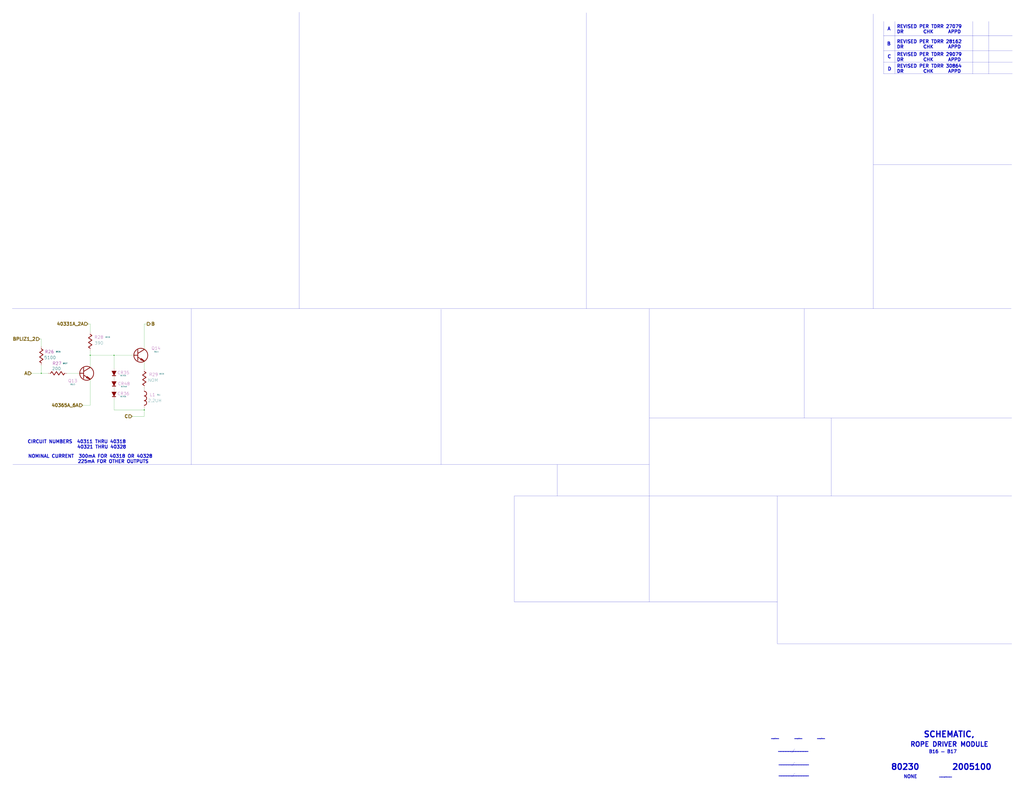
<source format=kicad_sch>
(kicad_sch (version 20211123) (generator eeschema)
  (paper "E")
  (lib_symbols
    (symbol "AGC_DSKY:Diode" (pin_numbers hide) (pin_names (offset 1.016) hide)
      (property "Reference" "CR" (at 0 5.08 0))
      (symbol "Diode_0_1"
        (polyline (pts (xy -2.54 -1.27) (xy -2.54 -1.905)) (stroke (width 0.762)))
        (polyline (pts (xy -2.54 1.27) (xy -2.54 -1.27)) (stroke (width 0.762)))
        (polyline (pts (xy -2.54 1.27) (xy -2.54 1.905)) (stroke (width 0.762)))
        (polyline (pts (xy -2.54 0) (xy 2.54 -2.54) (xy 2.54 2.54) (xy -2.54 0)) (stroke (width 0.2032)) (fill (type outline)))
      )
      (symbol "Diode_1_1"
        (pin passive line (at -5.08 0 0) (length 2.54) (name "K") (number "1"))
        (pin passive line (at 5.08 0 180) (length 2.54) (name "A") (number "2"))
      )
    )
    (symbol "AGC_DSKY:Inductor" (pin_numbers hide) (pin_names (offset 0) hide)
      (property "Reference" "L" (at -1.27 5.08 0))
      (symbol "Inductor_0_1"
        (arc (start -2.54 0) (mid -5.08 2.54) (end -7.62 0) (stroke (width 0.762)))
        (arc (start 2.54 0) (mid 0 2.54) (end -2.54 0) (stroke (width 0.762)))
        (arc (start 7.62 0) (mid 5.08 2.54) (end 2.54 0) (stroke (width 0.762)))
      )
      (symbol "Inductor_1_1"
        (pin passive line (at -10.16 0 0) (length 2.54) (name "1") (number "1"))
        (pin passive line (at 10.16 0 180) (length 2.54) (name "2") (number "2"))
      )
    )
    (symbol "AGC_DSKY:Resistor" (pin_numbers hide) (pin_names (offset 0) hide)
      (property "Reference" "R" (at -0.635 -4.445 0))
      (symbol "Resistor_0_1"
        (polyline (pts (xy -7.62 0) (xy -6.35 -1.905) (xy -3.81 1.905) (xy -1.27 -1.905) (xy 1.27 1.905) (xy 3.81 -1.905) (xy 6.35 1.905) (xy 7.62 0)) (stroke (width 0.762)))
      )
      (symbol "Resistor_1_1"
        (pin passive line (at -10.16 0 0) (length 2.54) (name "1") (number "1"))
        (pin passive line (at 10.16 0 180) (length 2.54) (name "2") (number "2"))
      )
    )
    (symbol "AGC_DSKY:Transistor-NPN" (pin_numbers hide) (pin_names (offset 0) hide)
      (property "Reference" "Q" (at 0 10.541 0))
      (symbol "Transistor-NPN_0_1"
        (polyline (pts (xy -3.302 -2.032) (xy 3.81 -6.35)) (stroke (width 0.762)))
        (polyline (pts (xy -3.302 2.032) (xy 3.81 6.35)) (stroke (width 0.762)))
        (polyline (pts (xy -3.302 5.969) (xy -3.302 -5.715)) (stroke (width 0.762)))
        (polyline (pts (xy -3.302 0) (xy -7.62 0) (xy -7.493 0)) (stroke (width 0.762)))
        (polyline (pts (xy -0.127 -4.826) (xy 0.635 -3.556) (xy 3.81 -6.35) (xy -0.254 -4.953)) (stroke (width 0.762)) (fill (type outline)))
        (circle (center 0 0) (radius 7.62) (stroke (width 0.762)))
      )
      (symbol "Transistor-NPN_1_1"
        (pin passive line (at 3.81 6.35 180) (length 0) (name "C") (number "1"))
        (pin passive line (at -7.62 0 0) (length 0) (name "B") (number "2"))
        (pin passive line (at 3.81 -6.35 180) (length 0) (name "E") (number "3"))
      )
    )
  )
  (junction (at 98.425 387.985))
  (junction (at 45.085 407.67))
  (junction (at 157.48 447.675))
  (junction (at 124.46 387.985))
  (polyline (pts (xy 208.915 337.185) (xy 208.915 507.365)) (stroke (width 0) (type solid)))
  (wire (pts (xy 98.425 414.02) (xy 98.425 442.595)))
  (wire (pts (xy 124.46 387.985) (xy 98.425 387.985)))
  (polyline (pts (xy 864.0826 836.9046) (xy 867.2576 832.4596)) (stroke (width 0) (type solid)))
  (polyline (pts (xy 964.311 55.372) (xy 1104.9 55.372)) (stroke (width 0) (type solid)))
  (wire (pts (xy 157.48 454.66) (xy 144.145 454.66)))
  (wire (pts (xy 124.46 402.59) (xy 124.46 387.985)))
  (wire (pts (xy 157.48 445.135) (xy 157.48 447.675)))
  (wire (pts (xy 146.05 387.985) (xy 124.46 387.985)))
  (polyline (pts (xy 708.66 657.225) (xy 708.66 337.185)) (stroke (width 0) (type solid)))
  (polyline (pts (xy 976.7824 23.3934) (xy 976.7824 80.645)) (stroke (width 0) (type solid)))
  (wire (pts (xy 124.46 424.18) (xy 124.46 425.45)))
  (polyline (pts (xy 964.311 68.072) (xy 1104.9 68.072)) (stroke (width 0) (type solid)))
  (polyline (pts (xy 708.66 456.565) (xy 1104.265 456.565)) (stroke (width 0) (type solid)))
  (polyline (pts (xy 877.57 456.565) (xy 877.57 337.185)) (stroke (width 0) (type solid)))
  (polyline (pts (xy 640.08 337.185) (xy 640.08 13.97)) (stroke (width 0) (type solid)))
  (wire (pts (xy 124.46 447.675) (xy 157.48 447.675)))
  (wire (pts (xy 124.46 435.61) (xy 124.46 447.675)))
  (polyline (pts (xy 844.3976 807.6946) (xy 846.3026 805.1546)) (stroke (width 0) (type solid)))
  (polyline (pts (xy 481.33 507.365) (xy 481.33 337.82)) (stroke (width 0) (type solid)))
  (polyline (pts (xy 561.34 541.655) (xy 561.34 657.225)) (stroke (width 0) (type solid)))
  (polyline (pts (xy 326.39 337.185) (xy 326.39 13.335)) (stroke (width 0) (type solid)))
  (polyline (pts (xy 608.33 507.365) (xy 608.33 541.655)) (stroke (width 0) (type solid)))
  (wire (pts (xy 98.425 442.595) (xy 90.17 442.595)))
  (polyline (pts (xy 13.335 337.185) (xy 1103.63 337.185)) (stroke (width 0) (type solid)))
  (polyline (pts (xy 964.311 23.3934) (xy 964.311 80.645)) (stroke (width 0) (type solid)))
  (wire (pts (xy 157.48 394.335) (xy 157.48 403.225)))
  (wire (pts (xy 52.705 407.67) (xy 45.085 407.67)))
  (polyline (pts (xy 953.135 337.185) (xy 953.135 15.24)) (stroke (width 0) (type solid)))
  (wire (pts (xy 95.885 353.695) (xy 98.425 353.695)))
  (wire (pts (xy 157.48 454.66) (xy 157.48 447.675)))
  (polyline (pts (xy 848.36 702.945) (xy 1104.265 702.945)) (stroke (width 0) (type solid)))
  (polyline (pts (xy 953.135 179.705) (xy 1104.265 179.705)) (stroke (width 0) (type solid)))
  (polyline (pts (xy 864.0826 822.2996) (xy 867.2576 817.8546)) (stroke (width 0) (type solid)))
  (polyline (pts (xy 13.97 507.365) (xy 708.66 507.365)) (stroke (width 0) (type solid)))
  (polyline (pts (xy 964.311 80.645) (xy 1104.9 80.645)) (stroke (width 0) (type solid)))
  (wire (pts (xy 45.085 407.67) (xy 34.29 407.67)))
  (polyline (pts (xy 561.34 657.225) (xy 848.36 657.225)) (stroke (width 0) (type solid)))
  (polyline (pts (xy 907.415 541.655) (xy 907.415 456.565)) (stroke (width 0) (type solid)))
  (polyline (pts (xy 964.311 38.8366) (xy 1104.9 38.8366)) (stroke (width 0) (type solid)))
  (wire (pts (xy 160.655 353.695) (xy 157.48 353.695)))
  (wire (pts (xy 73.025 407.67) (xy 86.995 407.67)))
  (wire (pts (xy 43.18 370.205) (xy 45.085 370.205)))
  (wire (pts (xy 45.085 370.205) (xy 45.085 378.46)))
  (wire (pts (xy 98.425 387.985) (xy 98.425 401.32)))
  (wire (pts (xy 157.48 423.545) (xy 157.48 424.815)))
  (polyline (pts (xy 1030.4526 849.6046) (xy 1032.9926 847.0646)) (stroke (width 0) (type solid)))
  (wire (pts (xy 45.085 398.78) (xy 45.085 407.67)))
  (polyline (pts (xy 895.1976 807.6946) (xy 897.1026 805.1546)) (stroke (width 0) (type solid)))
  (polyline (pts (xy 1061.72 23.3934) (xy 1061.72 80.645)) (stroke (width 0) (type solid)))
  (polyline (pts (xy 561.34 541.655) (xy 1104.265 541.655)) (stroke (width 0) (type solid)))
  (wire (pts (xy 157.48 353.695) (xy 157.48 381.635)))
  (wire (pts (xy 98.425 382.905) (xy 98.425 387.985)))
  (polyline (pts (xy 848.36 541.655) (xy 848.36 702.945)) (stroke (width 0) (type solid)))
  (wire (pts (xy 98.425 353.695) (xy 98.425 362.585)))
  (polyline (pts (xy 864.0826 848.9696) (xy 867.2576 844.5246)) (stroke (width 0) (type solid)))
  (polyline (pts (xy 1079.1698 23.3934) (xy 1079.1698 80.645)) (stroke (width 0) (type solid)))
  (wire (pts (xy 124.46 412.75) (xy 124.46 414.02)))
  (polyline (pts (xy 870.4326 807.6946) (xy 872.3376 805.1546)) (stroke (width 0) (type solid)))
  (text "____________" (at 849.63 835.66 0) (effects (font (size 3.556 3.556) (thickness 0.7112) bold) (justify left bottom)))
  (text "2005100" (at 1038.7076 841.3496 0) (effects (font (size 6.35 6.35) (thickness 1.27) bold) (justify left bottom)))
  (text "ROPE DRIVER MODULE" (at 993.14 815.975 0) (effects (font (size 5.08 5.08) (thickness 1.016) bold) (justify left bottom)))
  (text "REVISED PER TDRR 30864\nDR        CHK      APPD" (at 978.535 80.01 0) (effects (font (size 3.556 3.556) (thickness 0.7112) bold) (justify left bottom)))
  (text "NONE" (at 986.0026 850.2396 0) (effects (font (size 3.556 3.556) (thickness 0.7112) bold) (justify left bottom)))
  (text "NOMINAL CURRENT  300mA FOR 40318 OR 40328\n                    225mA FOR OTHER OUTPUTS" (at 30.48 506.095 0) (effects (font (size 3.556 3.556) (thickness 0.7112) bold) (justify left bottom)))
  (text "B16 — B17" (at 1013.46 822.96 0) (effects (font (size 3.556 3.556) (thickness 0.7112) bold) (justify left bottom)))
  (text "___" (at 891.54 807.085 0) (effects (font (size 3.556 3.556) (thickness 0.7112) bold) (justify left bottom)))
  (text "CIRCUIT NUMBERS  40311 THRU 40318\n                    40321 THRU 40328" (at 29.845 490.22 0) (effects (font (size 3.556 3.556) (thickness 0.7112) bold) (justify left bottom)))
  (text "____________" (at 849.63 847.725 0) (effects (font (size 3.556 3.556) (thickness 0.7112) bold) (justify left bottom)))
  (text "REVISED PER TDRR 27079\nDR        CHK      APPD" (at 978.535 36.83 0) (effects (font (size 3.556 3.556) (thickness 0.7112) bold) (justify left bottom)))
  (text "A" (at 968.2734 33.6296 0) (effects (font (size 3.556 3.556) (thickness 0.7112) bold) (justify left bottom)))
  (text "___" (at 866.775 807.085 0) (effects (font (size 3.556 3.556) (thickness 0.7112) bold) (justify left bottom)))
  (text "_____" (at 1024.7376 848.9696 0) (effects (font (size 3.556 3.556) (thickness 0.7112) bold) (justify left bottom)))
  (text "C" (at 968.3496 63.9826 0) (effects (font (size 3.556 3.556) (thickness 0.7112) bold) (justify left bottom)))
  (text "80230" (at 972.0326 841.3496 0) (effects (font (size 6.35 6.35) (thickness 1.27) bold) (justify left bottom)))
  (text "REVISED PER TDRR 28162\nDR        CHK      APPD" (at 978.535 53.34 0) (effects (font (size 3.556 3.556) (thickness 0.7112) bold) (justify left bottom)))
  (text "____________" (at 848.995 821.055 0) (effects (font (size 3.556 3.556) (thickness 0.7112) bold) (justify left bottom)))
  (text "___" (at 841.375 807.085 0) (effects (font (size 3.556 3.556) (thickness 0.7112) bold) (justify left bottom)))
  (text "B" (at 967.867 50.038 0) (effects (font (size 3.556 3.556) (thickness 0.7112) bold) (justify left bottom)))
  (text "SCHEMATIC," (at 1007.5926 805.7896 0) (effects (font (size 6.35 6.35) (thickness 1.27) bold) (justify left bottom)))
  (text "REVISED PER TDRR 29079\nDR        CHK      APPD" (at 978.535 67.31 0) (effects (font (size 3.556 3.556) (thickness 0.7112) bold) (justify left bottom)))
  (text "D" (at 968.5782 77.47 0) (effects (font (size 3.556 3.556) (thickness 0.7112) bold) (justify left bottom)))
  (hierarchical_label "A" (shape input) (at 34.29 407.67 180) (effects (font (size 3.556 3.556) (thickness 0.7112) bold)))
  (hierarchical_label "40365A_6A" (shape input) (at 90.17 442.595 180) (effects (font (size 3.556 3.556) (thickness 0.7112) bold)))
  (hierarchical_label "C" (shape input) (at 144.145 454.66 180) (effects (font (size 3.556 3.556) (thickness 0.7112) bold)))
  (hierarchical_label "B" (shape output) (at 160.655 353.695 0) (effects (font (size 3.556 3.556) (thickness 0.7112) bold)))
  (hierarchical_label "40331A_2A" (shape input) (at 95.885 353.695 180) (effects (font (size 3.556 3.556) (thickness 0.7112) bold)))
  (hierarchical_label "BPLIZ1_2" (shape input) (at 43.18 370.205 180) (effects (font (size 3.556 3.556) (thickness 0.7112) bold)))
  (symbol (lib_id "AGC_DSKY:Transistor-NPN") (at 94.615 407.67 0)
    (property "Reference" "8Q13" (at 79.375 419.735 0))
    (property "Value" "Transistor-NPN" (effects hide))
    (property "OREFD" "Q13" (at 79.375 415.925 0) (effects (font (size 3.302 3.302))))
  )
  (symbol (lib_id "AGC_DSKY:Transistor-NPN") (at 153.67 387.985 0)
    (property "Reference" "8Q14" (at 170.815 384.175 0))
    (property "Value" "Transistor-NPN" (effects hide))
    (property "OREFD" "Q14" (at 170.18 380.365 0) (effects (font (size 3.302 3.302))))
  )
  (symbol (lib_id "AGC_DSKY:Resistor") (at 45.085 388.62 270) (mirror x)
    (property "Reference" "8R26" (at 63.5 384.175 90))
    (property "Value" "5100" (at 54.61 390.525 90) (effects (font (size 3.302 3.302))))
    (property "OREFD" "R26" (at 53.975 384.175 90) (effects (font (size 3.302 3.302))))
  )
  (symbol (lib_id "AGC_DSKY:Resistor") (at 62.865 407.67 0) (mirror y)
    (property "Reference" "8R27" (at 71.12 396.875 0))
    (property "Value" "200" (at 61.595 402.59 0) (effects (font (size 3.302 3.302))))
    (property "OREFD" "R27" (at 62.23 396.875 0) (effects (font (size 3.302 3.302))))
  )
  (symbol (lib_id "AGC_DSKY:Resistor") (at 98.425 372.745 270) (mirror x)
    (property "Reference" "8R28" (at 117.475 368.3 90))
    (property "Value" "390" (at 107.95 374.65 90) (effects (font (size 3.302 3.302))))
    (property "OREFD" "R28" (at 107.95 368.3 90) (effects (font (size 3.302 3.302))))
  )
  (symbol (lib_id "AGC_DSKY:Resistor") (at 157.48 413.385 270) (mirror x)
    (property "Reference" "8R29" (at 176.53 408.305 90))
    (property "Value" "NOM" (at 167.005 415.29 90) (effects (font (size 3.302 3.302))))
    (property "OREFD" "R29" (at 167.64 408.94 90) (effects (font (size 3.302 3.302))))
  )
  (symbol (lib_id "AGC_DSKY:Diode") (at 124.46 419.1 90)
    (property "Reference" "8CR48" (at 135.255 422.275 90))
    (property "Value" "Diode" (effects hide))
    (property "OREFD" "CR48" (at 135.255 419.1 90) (effects (font (size 3.302 3.302))))
  )
  (symbol (lib_id "AGC_DSKY:Diode") (at 124.46 407.67 90)
    (property "Reference" "8CR35" (at 134.62 410.21 90))
    (property "Value" "Diode" (effects hide))
    (property "OREFD" "CR35" (at 134.62 407.035 90) (effects (font (size 3.302 3.302))))
  )
  (symbol (lib_id "AGC_DSKY:Diode") (at 124.46 430.53 90)
    (property "Reference" "8CR36" (at 134.62 433.07 90))
    (property "Value" "Diode" (effects hide))
    (property "OREFD" "CR36" (at 134.62 429.895 90) (effects (font (size 3.302 3.302))))
  )
  (symbol (lib_id "AGC_DSKY:Inductor") (at 157.48 434.975 270)
    (property "Reference" "8L1" (at 173.355 431.165 90))
    (property "Value" "2.2UH" (at 168.91 437.515 90) (effects (font (size 3.302 3.302))))
    (property "OREFD" "L1" (at 166.37 431.165 90) (effects (font (size 3.302 3.302))))
  )
)
</source>
